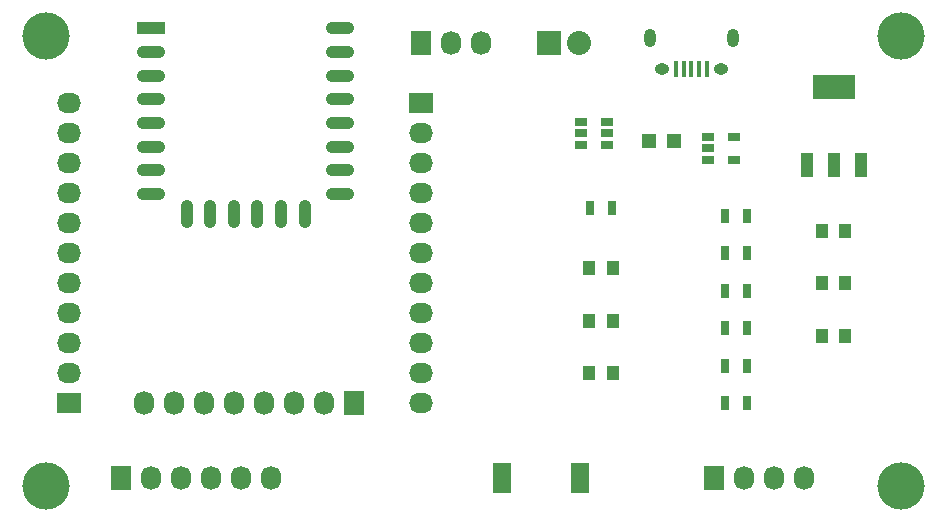
<source format=gbr>
G04 #@! TF.FileFunction,Soldermask,Top*
%FSLAX46Y46*%
G04 Gerber Fmt 4.6, Leading zero omitted, Abs format (unit mm)*
G04 Created by KiCad (PCBNEW (2015-03-05 BZR 5481)-product) date Monday, 13 July 2015 02:26:57 pm*
%MOMM*%
G01*
G04 APERTURE LIST*
%ADD10C,0.100000*%
%ADD11R,2.032000X1.727200*%
%ADD12O,2.032000X1.727200*%
%ADD13R,1.727200X2.032000*%
%ADD14O,1.727200X2.032000*%
%ADD15R,1.060000X0.650000*%
%ADD16O,1.100000X2.400000*%
%ADD17R,2.400000X1.100000*%
%ADD18O,2.400000X1.100000*%
%ADD19R,3.657600X2.032000*%
%ADD20R,1.016000X2.032000*%
%ADD21R,0.400000X1.350000*%
%ADD22O,1.250000X0.950000*%
%ADD23O,1.000000X1.550000*%
%ADD24R,2.032000X2.032000*%
%ADD25O,2.032000X2.032000*%
%ADD26R,1.198880X1.198880*%
%ADD27C,4.000000*%
%ADD28R,1.000000X1.250000*%
%ADD29R,0.700000X1.300000*%
%ADD30R,1.524000X2.540000*%
G04 APERTURE END LIST*
D10*
D11*
X52705000Y-29210000D03*
D12*
X52705000Y-31750000D03*
X52705000Y-34290000D03*
X52705000Y-36830000D03*
X52705000Y-39370000D03*
X52705000Y-41910000D03*
X52705000Y-44450000D03*
X52705000Y-46990000D03*
X52705000Y-49530000D03*
X52705000Y-52070000D03*
X52705000Y-54610000D03*
D11*
X22860000Y-54610000D03*
D12*
X22860000Y-52070000D03*
X22860000Y-49530000D03*
X22860000Y-46990000D03*
X22860000Y-44450000D03*
X22860000Y-41910000D03*
X22860000Y-39370000D03*
X22860000Y-36830000D03*
X22860000Y-34290000D03*
X22860000Y-31750000D03*
X22860000Y-29210000D03*
D13*
X46990000Y-54610000D03*
D14*
X44450000Y-54610000D03*
X41910000Y-54610000D03*
X39370000Y-54610000D03*
X36830000Y-54610000D03*
X34290000Y-54610000D03*
X31750000Y-54610000D03*
X29210000Y-54610000D03*
D13*
X52705000Y-24130000D03*
D14*
X55245000Y-24130000D03*
X57785000Y-24130000D03*
D15*
X66210000Y-30800000D03*
X66210000Y-31750000D03*
X66210000Y-32700000D03*
X68410000Y-32700000D03*
X68410000Y-30800000D03*
X68410000Y-31750000D03*
D16*
X32835000Y-38610000D03*
X34835000Y-38610000D03*
X36835000Y-38610000D03*
X38835000Y-38610000D03*
X40835000Y-38610000D03*
X42835000Y-38610000D03*
D17*
X29845000Y-22860000D03*
D18*
X29845000Y-24860000D03*
X29845000Y-26860000D03*
X29845000Y-28860000D03*
X29845000Y-30860000D03*
X29845000Y-32860000D03*
X29845000Y-34860000D03*
X29845000Y-36860000D03*
X45845000Y-36860000D03*
X45845000Y-34860000D03*
X45845000Y-32860000D03*
X45845000Y-30860000D03*
X45845000Y-28860000D03*
X45845000Y-26860000D03*
X45845000Y-24860000D03*
X45845000Y-22860000D03*
D19*
X87630000Y-27813000D03*
D20*
X87630000Y-34417000D03*
X89916000Y-34417000D03*
X85344000Y-34417000D03*
D13*
X77470000Y-60960000D03*
D14*
X80010000Y-60960000D03*
X82550000Y-60960000D03*
X85090000Y-60960000D03*
D15*
X77005000Y-32070000D03*
X77005000Y-33020000D03*
X77005000Y-33970000D03*
X79205000Y-33970000D03*
X79205000Y-32070000D03*
D21*
X76865900Y-26327540D03*
X76215900Y-26327540D03*
X75565900Y-26327540D03*
X74915900Y-26327540D03*
X74265900Y-26327540D03*
D22*
X78065900Y-26327540D03*
X73065900Y-26327540D03*
D23*
X79065900Y-23627540D03*
X72065900Y-23627540D03*
D24*
X63500000Y-24130000D03*
D25*
X66040000Y-24130000D03*
D26*
X74074020Y-32385000D03*
X71975980Y-32385000D03*
D13*
X27305000Y-60960000D03*
D14*
X29845000Y-60960000D03*
X32385000Y-60960000D03*
X34925000Y-60960000D03*
X37465000Y-60960000D03*
X40005000Y-60960000D03*
D27*
X20955000Y-23495000D03*
X93345000Y-23495000D03*
X93345000Y-61595000D03*
X20955000Y-61595000D03*
D28*
X66945000Y-47625000D03*
X68945000Y-47625000D03*
X66945000Y-52070000D03*
X68945000Y-52070000D03*
X86630000Y-48895000D03*
X88630000Y-48895000D03*
X66945000Y-43180000D03*
X68945000Y-43180000D03*
X86630000Y-44450000D03*
X88630000Y-44450000D03*
X86630000Y-40005000D03*
X88630000Y-40005000D03*
D29*
X78425000Y-54610000D03*
X80325000Y-54610000D03*
X66995000Y-38100000D03*
X68895000Y-38100000D03*
X78425000Y-51435000D03*
X80325000Y-51435000D03*
X78425000Y-45085000D03*
X80325000Y-45085000D03*
X78425000Y-48260000D03*
X80325000Y-48260000D03*
X78425000Y-38735000D03*
X80325000Y-38735000D03*
X78425000Y-41910000D03*
X80325000Y-41910000D03*
D30*
X66165000Y-60960000D03*
X59565000Y-60960000D03*
M02*

</source>
